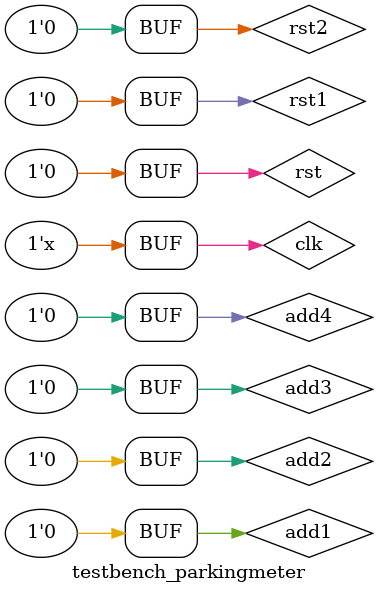
<source format=v>
`timescale 1ms / 1ps


module testbench_parkingmeter;
	
	reg add1;
	reg add2;
	reg add3;
	reg add4;
	reg clk;
	reg rst;
	reg rst1;
	reg rst2;
	// Outputs
	wire [6:0] led_seg;
	wire a1;
	wire a2;
	wire a3;
	wire a4;
	wire [3:0] val1;
	wire [3:0] val2;
	wire [3:0] val3;
	wire [3:0] val4;

	// Instantiate the Unit Under Test (UUT)
	parking_meter uut ( .add1(add1), .add2(add2), .add3(add3), .add4(add4), .clk(clk),.rst(rst), .rst1(rst1), .rst2(rst2),
							  .led_seg(led_seg), .a1(a1), .a2(a2), .a3(a3), .a4(a4), .val1(val1), .val2(val2), .val3(val3), .val4(val4));

	initial begin
		// Initialize Inputs
		// Wait 100 ns for global reset to finish
		clk=0; 
		add1=0;add2=0;add3=0;add4=0;
		rst1=0;rst2=0; rst=1;
		#20 rst=0;
		#5000 add3=1;
		#20 add3=0;
		#500 add4=1; 
		#20 add4=0;
		#2000 rst1=1;
		#20 rst1=0;
		#1000 add1=1;
		#20 add1=0;
		#500 rst2=1;
		#20 rst2=0;
		#1000 add2=1;
		#20 add2=0;
		#1000 rst=1;
		#20 rst=0;
		
		// Add stimulus here
	end
      
	always begin 
		#10 clk=~clk;
	end
	
	
endmodule


</source>
